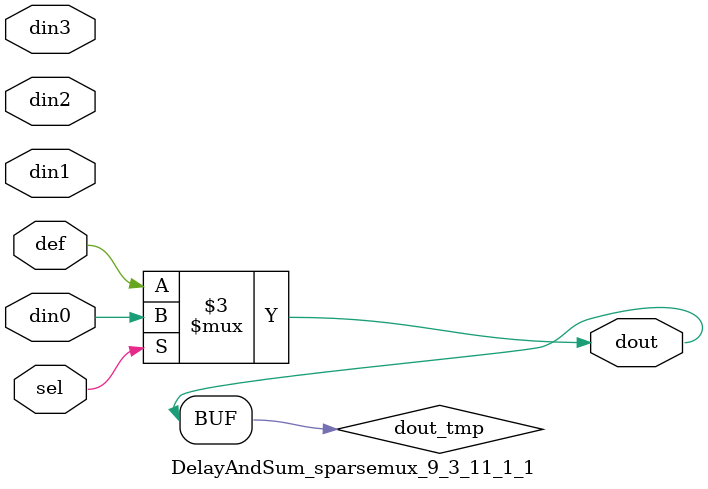
<source format=v>
`timescale 1ns / 1ps

module DelayAndSum_sparsemux_9_3_11_1_1 (din0,din1,din2,din3,def,sel,dout);

parameter din0_WIDTH = 1;

parameter din1_WIDTH = 1;

parameter din2_WIDTH = 1;

parameter din3_WIDTH = 1;

parameter def_WIDTH = 1;
parameter sel_WIDTH = 1;
parameter dout_WIDTH = 1;

parameter [sel_WIDTH-1:0] CASE0 = 1;

parameter [sel_WIDTH-1:0] CASE1 = 1;

parameter [sel_WIDTH-1:0] CASE2 = 1;

parameter [sel_WIDTH-1:0] CASE3 = 1;

parameter ID = 1;
parameter NUM_STAGE = 1;



input [din0_WIDTH-1:0] din0;

input [din1_WIDTH-1:0] din1;

input [din2_WIDTH-1:0] din2;

input [din3_WIDTH-1:0] din3;

input [def_WIDTH-1:0] def;
input [sel_WIDTH-1:0] sel;

output [dout_WIDTH-1:0] dout;



reg [dout_WIDTH-1:0] dout_tmp;


always @ (*) begin
(* parallel_case *) case (sel)
    
    CASE0 : dout_tmp = din0;
    
    CASE1 : dout_tmp = din1;
    
    CASE2 : dout_tmp = din2;
    
    CASE3 : dout_tmp = din3;
    
    default : dout_tmp = def;
endcase
end


assign dout = dout_tmp;



endmodule

</source>
